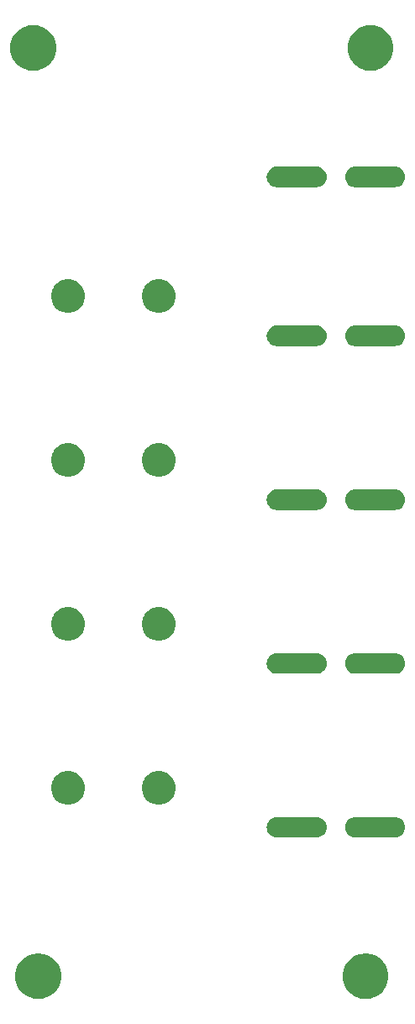
<source format=gbr>
G04 #@! TF.GenerationSoftware,KiCad,Pcbnew,5.1.2-f72e74a~84~ubuntu18.04.1*
G04 #@! TF.CreationDate,2019-05-08T19:05:58-06:00*
G04 #@! TF.ProjectId,anderson_fuse_board,616e6465-7273-46f6-9e5f-667573655f62,rev?*
G04 #@! TF.SameCoordinates,Original*
G04 #@! TF.FileFunction,Soldermask,Top*
G04 #@! TF.FilePolarity,Negative*
%FSLAX46Y46*%
G04 Gerber Fmt 4.6, Leading zero omitted, Abs format (unit mm)*
G04 Created by KiCad (PCBNEW 5.1.2-f72e74a~84~ubuntu18.04.1) date 2019-05-08 19:05:58*
%MOMM*%
%LPD*%
G04 APERTURE LIST*
%ADD10C,0.100000*%
G04 APERTURE END LIST*
D10*
G36*
X115448903Y-151243213D02*
G01*
X115671177Y-151287426D01*
X116089932Y-151460880D01*
X116466802Y-151712696D01*
X116787304Y-152033198D01*
X117039120Y-152410068D01*
X117212574Y-152828823D01*
X117301000Y-153273371D01*
X117301000Y-153726629D01*
X117212574Y-154171177D01*
X117039120Y-154589932D01*
X116787304Y-154966802D01*
X116466802Y-155287304D01*
X116089932Y-155539120D01*
X115671177Y-155712574D01*
X115448903Y-155756787D01*
X115226630Y-155801000D01*
X114773370Y-155801000D01*
X114551097Y-155756787D01*
X114328823Y-155712574D01*
X113910068Y-155539120D01*
X113533198Y-155287304D01*
X113212696Y-154966802D01*
X112960880Y-154589932D01*
X112787426Y-154171177D01*
X112699000Y-153726629D01*
X112699000Y-153273371D01*
X112787426Y-152828823D01*
X112960880Y-152410068D01*
X113212696Y-152033198D01*
X113533198Y-151712696D01*
X113910068Y-151460880D01*
X114328823Y-151287426D01*
X114551097Y-151243213D01*
X114773370Y-151199000D01*
X115226630Y-151199000D01*
X115448903Y-151243213D01*
X115448903Y-151243213D01*
G37*
G36*
X82448903Y-151243213D02*
G01*
X82671177Y-151287426D01*
X83089932Y-151460880D01*
X83466802Y-151712696D01*
X83787304Y-152033198D01*
X84039120Y-152410068D01*
X84212574Y-152828823D01*
X84301000Y-153273371D01*
X84301000Y-153726629D01*
X84212574Y-154171177D01*
X84039120Y-154589932D01*
X83787304Y-154966802D01*
X83466802Y-155287304D01*
X83089932Y-155539120D01*
X82671177Y-155712574D01*
X82448903Y-155756787D01*
X82226630Y-155801000D01*
X81773370Y-155801000D01*
X81551097Y-155756787D01*
X81328823Y-155712574D01*
X80910068Y-155539120D01*
X80533198Y-155287304D01*
X80212696Y-154966802D01*
X79960880Y-154589932D01*
X79787426Y-154171177D01*
X79699000Y-153726629D01*
X79699000Y-153273371D01*
X79787426Y-152828823D01*
X79960880Y-152410068D01*
X80212696Y-152033198D01*
X80533198Y-151712696D01*
X80910068Y-151460880D01*
X81328823Y-151287426D01*
X81551097Y-151243213D01*
X81773370Y-151199000D01*
X82226630Y-151199000D01*
X82448903Y-151243213D01*
X82448903Y-151243213D01*
G37*
G36*
X118133089Y-137478990D02*
G01*
X118328381Y-137538231D01*
X118508354Y-137634429D01*
X118666107Y-137763893D01*
X118795571Y-137921646D01*
X118891769Y-138101619D01*
X118951010Y-138296911D01*
X118971012Y-138500000D01*
X118951010Y-138703089D01*
X118891769Y-138898381D01*
X118795571Y-139078354D01*
X118666107Y-139236107D01*
X118508354Y-139365571D01*
X118328381Y-139461769D01*
X118133089Y-139521010D01*
X117980891Y-139536000D01*
X113919109Y-139536000D01*
X113766911Y-139521010D01*
X113571619Y-139461769D01*
X113391646Y-139365571D01*
X113233893Y-139236107D01*
X113104429Y-139078354D01*
X113008231Y-138898381D01*
X112948990Y-138703089D01*
X112928988Y-138500000D01*
X112948990Y-138296911D01*
X113008231Y-138101619D01*
X113104429Y-137921646D01*
X113233893Y-137763893D01*
X113391646Y-137634429D01*
X113571619Y-137538231D01*
X113766911Y-137478990D01*
X113919109Y-137464000D01*
X117980891Y-137464000D01*
X118133089Y-137478990D01*
X118133089Y-137478990D01*
G37*
G36*
X110233089Y-137478990D02*
G01*
X110428381Y-137538231D01*
X110608354Y-137634429D01*
X110766107Y-137763893D01*
X110895571Y-137921646D01*
X110991769Y-138101619D01*
X111051010Y-138296911D01*
X111071012Y-138500000D01*
X111051010Y-138703089D01*
X110991769Y-138898381D01*
X110895571Y-139078354D01*
X110766107Y-139236107D01*
X110608354Y-139365571D01*
X110428381Y-139461769D01*
X110233089Y-139521010D01*
X110080891Y-139536000D01*
X106019109Y-139536000D01*
X105866911Y-139521010D01*
X105671619Y-139461769D01*
X105491646Y-139365571D01*
X105333893Y-139236107D01*
X105204429Y-139078354D01*
X105108231Y-138898381D01*
X105048990Y-138703089D01*
X105028988Y-138500000D01*
X105048990Y-138296911D01*
X105108231Y-138101619D01*
X105204429Y-137921646D01*
X105333893Y-137763893D01*
X105491646Y-137634429D01*
X105671619Y-137538231D01*
X105866911Y-137478990D01*
X106019109Y-137464000D01*
X110080891Y-137464000D01*
X110233089Y-137478990D01*
X110233089Y-137478990D01*
G37*
G36*
X94636162Y-132894368D02*
G01*
X94945724Y-133022593D01*
X94945725Y-133022594D01*
X95224324Y-133208747D01*
X95461253Y-133445676D01*
X95585637Y-133631830D01*
X95647407Y-133724276D01*
X95775632Y-134033838D01*
X95841000Y-134362465D01*
X95841000Y-134697535D01*
X95775632Y-135026162D01*
X95647407Y-135335724D01*
X95647406Y-135335725D01*
X95461253Y-135614324D01*
X95224324Y-135851253D01*
X95038170Y-135975637D01*
X94945724Y-136037407D01*
X94636162Y-136165632D01*
X94307535Y-136231000D01*
X93972465Y-136231000D01*
X93643838Y-136165632D01*
X93334276Y-136037407D01*
X93241830Y-135975637D01*
X93055676Y-135851253D01*
X92818747Y-135614324D01*
X92632594Y-135335725D01*
X92632593Y-135335724D01*
X92504368Y-135026162D01*
X92439000Y-134697535D01*
X92439000Y-134362465D01*
X92504368Y-134033838D01*
X92632593Y-133724276D01*
X92694363Y-133631830D01*
X92818747Y-133445676D01*
X93055676Y-133208747D01*
X93334275Y-133022594D01*
X93334276Y-133022593D01*
X93643838Y-132894368D01*
X93972465Y-132829000D01*
X94307535Y-132829000D01*
X94636162Y-132894368D01*
X94636162Y-132894368D01*
G37*
G36*
X85496162Y-132894368D02*
G01*
X85805724Y-133022593D01*
X85805725Y-133022594D01*
X86084324Y-133208747D01*
X86321253Y-133445676D01*
X86445637Y-133631830D01*
X86507407Y-133724276D01*
X86635632Y-134033838D01*
X86701000Y-134362465D01*
X86701000Y-134697535D01*
X86635632Y-135026162D01*
X86507407Y-135335724D01*
X86507406Y-135335725D01*
X86321253Y-135614324D01*
X86084324Y-135851253D01*
X85898170Y-135975637D01*
X85805724Y-136037407D01*
X85496162Y-136165632D01*
X85167535Y-136231000D01*
X84832465Y-136231000D01*
X84503838Y-136165632D01*
X84194276Y-136037407D01*
X84101830Y-135975637D01*
X83915676Y-135851253D01*
X83678747Y-135614324D01*
X83492594Y-135335725D01*
X83492593Y-135335724D01*
X83364368Y-135026162D01*
X83299000Y-134697535D01*
X83299000Y-134362465D01*
X83364368Y-134033838D01*
X83492593Y-133724276D01*
X83554363Y-133631830D01*
X83678747Y-133445676D01*
X83915676Y-133208747D01*
X84194275Y-133022594D01*
X84194276Y-133022593D01*
X84503838Y-132894368D01*
X84832465Y-132829000D01*
X85167535Y-132829000D01*
X85496162Y-132894368D01*
X85496162Y-132894368D01*
G37*
G36*
X110233089Y-120978990D02*
G01*
X110428381Y-121038231D01*
X110608354Y-121134429D01*
X110766107Y-121263893D01*
X110895571Y-121421646D01*
X110991769Y-121601619D01*
X111051010Y-121796911D01*
X111071012Y-122000000D01*
X111051010Y-122203089D01*
X110991769Y-122398381D01*
X110895571Y-122578354D01*
X110766107Y-122736107D01*
X110608354Y-122865571D01*
X110428381Y-122961769D01*
X110233089Y-123021010D01*
X110080891Y-123036000D01*
X106019109Y-123036000D01*
X105866911Y-123021010D01*
X105671619Y-122961769D01*
X105491646Y-122865571D01*
X105333893Y-122736107D01*
X105204429Y-122578354D01*
X105108231Y-122398381D01*
X105048990Y-122203089D01*
X105028988Y-122000000D01*
X105048990Y-121796911D01*
X105108231Y-121601619D01*
X105204429Y-121421646D01*
X105333893Y-121263893D01*
X105491646Y-121134429D01*
X105671619Y-121038231D01*
X105866911Y-120978990D01*
X106019109Y-120964000D01*
X110080891Y-120964000D01*
X110233089Y-120978990D01*
X110233089Y-120978990D01*
G37*
G36*
X118133089Y-120978990D02*
G01*
X118328381Y-121038231D01*
X118508354Y-121134429D01*
X118666107Y-121263893D01*
X118795571Y-121421646D01*
X118891769Y-121601619D01*
X118951010Y-121796911D01*
X118971012Y-122000000D01*
X118951010Y-122203089D01*
X118891769Y-122398381D01*
X118795571Y-122578354D01*
X118666107Y-122736107D01*
X118508354Y-122865571D01*
X118328381Y-122961769D01*
X118133089Y-123021010D01*
X117980891Y-123036000D01*
X113919109Y-123036000D01*
X113766911Y-123021010D01*
X113571619Y-122961769D01*
X113391646Y-122865571D01*
X113233893Y-122736107D01*
X113104429Y-122578354D01*
X113008231Y-122398381D01*
X112948990Y-122203089D01*
X112928988Y-122000000D01*
X112948990Y-121796911D01*
X113008231Y-121601619D01*
X113104429Y-121421646D01*
X113233893Y-121263893D01*
X113391646Y-121134429D01*
X113571619Y-121038231D01*
X113766911Y-120978990D01*
X113919109Y-120964000D01*
X117980891Y-120964000D01*
X118133089Y-120978990D01*
X118133089Y-120978990D01*
G37*
G36*
X94636162Y-116384368D02*
G01*
X94945724Y-116512593D01*
X94945725Y-116512594D01*
X95224324Y-116698747D01*
X95461253Y-116935676D01*
X95585637Y-117121830D01*
X95647407Y-117214276D01*
X95775632Y-117523838D01*
X95841000Y-117852465D01*
X95841000Y-118187535D01*
X95775632Y-118516162D01*
X95647407Y-118825724D01*
X95647406Y-118825725D01*
X95461253Y-119104324D01*
X95224324Y-119341253D01*
X95038170Y-119465637D01*
X94945724Y-119527407D01*
X94636162Y-119655632D01*
X94307535Y-119721000D01*
X93972465Y-119721000D01*
X93643838Y-119655632D01*
X93334276Y-119527407D01*
X93241830Y-119465637D01*
X93055676Y-119341253D01*
X92818747Y-119104324D01*
X92632594Y-118825725D01*
X92632593Y-118825724D01*
X92504368Y-118516162D01*
X92439000Y-118187535D01*
X92439000Y-117852465D01*
X92504368Y-117523838D01*
X92632593Y-117214276D01*
X92694363Y-117121830D01*
X92818747Y-116935676D01*
X93055676Y-116698747D01*
X93334275Y-116512594D01*
X93334276Y-116512593D01*
X93643838Y-116384368D01*
X93972465Y-116319000D01*
X94307535Y-116319000D01*
X94636162Y-116384368D01*
X94636162Y-116384368D01*
G37*
G36*
X85496162Y-116384368D02*
G01*
X85805724Y-116512593D01*
X85805725Y-116512594D01*
X86084324Y-116698747D01*
X86321253Y-116935676D01*
X86445637Y-117121830D01*
X86507407Y-117214276D01*
X86635632Y-117523838D01*
X86701000Y-117852465D01*
X86701000Y-118187535D01*
X86635632Y-118516162D01*
X86507407Y-118825724D01*
X86507406Y-118825725D01*
X86321253Y-119104324D01*
X86084324Y-119341253D01*
X85898170Y-119465637D01*
X85805724Y-119527407D01*
X85496162Y-119655632D01*
X85167535Y-119721000D01*
X84832465Y-119721000D01*
X84503838Y-119655632D01*
X84194276Y-119527407D01*
X84101830Y-119465637D01*
X83915676Y-119341253D01*
X83678747Y-119104324D01*
X83492594Y-118825725D01*
X83492593Y-118825724D01*
X83364368Y-118516162D01*
X83299000Y-118187535D01*
X83299000Y-117852465D01*
X83364368Y-117523838D01*
X83492593Y-117214276D01*
X83554363Y-117121830D01*
X83678747Y-116935676D01*
X83915676Y-116698747D01*
X84194275Y-116512594D01*
X84194276Y-116512593D01*
X84503838Y-116384368D01*
X84832465Y-116319000D01*
X85167535Y-116319000D01*
X85496162Y-116384368D01*
X85496162Y-116384368D01*
G37*
G36*
X110233089Y-104478990D02*
G01*
X110428381Y-104538231D01*
X110608354Y-104634429D01*
X110766107Y-104763893D01*
X110895571Y-104921646D01*
X110991769Y-105101619D01*
X111051010Y-105296911D01*
X111071012Y-105500000D01*
X111051010Y-105703089D01*
X110991769Y-105898381D01*
X110895571Y-106078354D01*
X110766107Y-106236107D01*
X110608354Y-106365571D01*
X110428381Y-106461769D01*
X110233089Y-106521010D01*
X110080891Y-106536000D01*
X106019109Y-106536000D01*
X105866911Y-106521010D01*
X105671619Y-106461769D01*
X105491646Y-106365571D01*
X105333893Y-106236107D01*
X105204429Y-106078354D01*
X105108231Y-105898381D01*
X105048990Y-105703089D01*
X105028988Y-105500000D01*
X105048990Y-105296911D01*
X105108231Y-105101619D01*
X105204429Y-104921646D01*
X105333893Y-104763893D01*
X105491646Y-104634429D01*
X105671619Y-104538231D01*
X105866911Y-104478990D01*
X106019109Y-104464000D01*
X110080891Y-104464000D01*
X110233089Y-104478990D01*
X110233089Y-104478990D01*
G37*
G36*
X118133089Y-104478990D02*
G01*
X118328381Y-104538231D01*
X118508354Y-104634429D01*
X118666107Y-104763893D01*
X118795571Y-104921646D01*
X118891769Y-105101619D01*
X118951010Y-105296911D01*
X118971012Y-105500000D01*
X118951010Y-105703089D01*
X118891769Y-105898381D01*
X118795571Y-106078354D01*
X118666107Y-106236107D01*
X118508354Y-106365571D01*
X118328381Y-106461769D01*
X118133089Y-106521010D01*
X117980891Y-106536000D01*
X113919109Y-106536000D01*
X113766911Y-106521010D01*
X113571619Y-106461769D01*
X113391646Y-106365571D01*
X113233893Y-106236107D01*
X113104429Y-106078354D01*
X113008231Y-105898381D01*
X112948990Y-105703089D01*
X112928988Y-105500000D01*
X112948990Y-105296911D01*
X113008231Y-105101619D01*
X113104429Y-104921646D01*
X113233893Y-104763893D01*
X113391646Y-104634429D01*
X113571619Y-104538231D01*
X113766911Y-104478990D01*
X113919109Y-104464000D01*
X117980891Y-104464000D01*
X118133089Y-104478990D01*
X118133089Y-104478990D01*
G37*
G36*
X85496162Y-99874368D02*
G01*
X85805724Y-100002593D01*
X85805725Y-100002594D01*
X86084324Y-100188747D01*
X86321253Y-100425676D01*
X86445637Y-100611830D01*
X86507407Y-100704276D01*
X86635632Y-101013838D01*
X86701000Y-101342465D01*
X86701000Y-101677535D01*
X86635632Y-102006162D01*
X86507407Y-102315724D01*
X86507406Y-102315725D01*
X86321253Y-102594324D01*
X86084324Y-102831253D01*
X85898170Y-102955637D01*
X85805724Y-103017407D01*
X85496162Y-103145632D01*
X85167535Y-103211000D01*
X84832465Y-103211000D01*
X84503838Y-103145632D01*
X84194276Y-103017407D01*
X84101830Y-102955637D01*
X83915676Y-102831253D01*
X83678747Y-102594324D01*
X83492594Y-102315725D01*
X83492593Y-102315724D01*
X83364368Y-102006162D01*
X83299000Y-101677535D01*
X83299000Y-101342465D01*
X83364368Y-101013838D01*
X83492593Y-100704276D01*
X83554363Y-100611830D01*
X83678747Y-100425676D01*
X83915676Y-100188747D01*
X84194275Y-100002594D01*
X84194276Y-100002593D01*
X84503838Y-99874368D01*
X84832465Y-99809000D01*
X85167535Y-99809000D01*
X85496162Y-99874368D01*
X85496162Y-99874368D01*
G37*
G36*
X94636162Y-99874368D02*
G01*
X94945724Y-100002593D01*
X94945725Y-100002594D01*
X95224324Y-100188747D01*
X95461253Y-100425676D01*
X95585637Y-100611830D01*
X95647407Y-100704276D01*
X95775632Y-101013838D01*
X95841000Y-101342465D01*
X95841000Y-101677535D01*
X95775632Y-102006162D01*
X95647407Y-102315724D01*
X95647406Y-102315725D01*
X95461253Y-102594324D01*
X95224324Y-102831253D01*
X95038170Y-102955637D01*
X94945724Y-103017407D01*
X94636162Y-103145632D01*
X94307535Y-103211000D01*
X93972465Y-103211000D01*
X93643838Y-103145632D01*
X93334276Y-103017407D01*
X93241830Y-102955637D01*
X93055676Y-102831253D01*
X92818747Y-102594324D01*
X92632594Y-102315725D01*
X92632593Y-102315724D01*
X92504368Y-102006162D01*
X92439000Y-101677535D01*
X92439000Y-101342465D01*
X92504368Y-101013838D01*
X92632593Y-100704276D01*
X92694363Y-100611830D01*
X92818747Y-100425676D01*
X93055676Y-100188747D01*
X93334275Y-100002594D01*
X93334276Y-100002593D01*
X93643838Y-99874368D01*
X93972465Y-99809000D01*
X94307535Y-99809000D01*
X94636162Y-99874368D01*
X94636162Y-99874368D01*
G37*
G36*
X118133089Y-87978990D02*
G01*
X118328381Y-88038231D01*
X118508354Y-88134429D01*
X118666107Y-88263893D01*
X118795571Y-88421646D01*
X118891769Y-88601619D01*
X118951010Y-88796911D01*
X118971012Y-89000000D01*
X118951010Y-89203089D01*
X118891769Y-89398381D01*
X118795571Y-89578354D01*
X118666107Y-89736107D01*
X118508354Y-89865571D01*
X118328381Y-89961769D01*
X118133089Y-90021010D01*
X117980891Y-90036000D01*
X113919109Y-90036000D01*
X113766911Y-90021010D01*
X113571619Y-89961769D01*
X113391646Y-89865571D01*
X113233893Y-89736107D01*
X113104429Y-89578354D01*
X113008231Y-89398381D01*
X112948990Y-89203089D01*
X112928988Y-89000000D01*
X112948990Y-88796911D01*
X113008231Y-88601619D01*
X113104429Y-88421646D01*
X113233893Y-88263893D01*
X113391646Y-88134429D01*
X113571619Y-88038231D01*
X113766911Y-87978990D01*
X113919109Y-87964000D01*
X117980891Y-87964000D01*
X118133089Y-87978990D01*
X118133089Y-87978990D01*
G37*
G36*
X110233089Y-87978990D02*
G01*
X110428381Y-88038231D01*
X110608354Y-88134429D01*
X110766107Y-88263893D01*
X110895571Y-88421646D01*
X110991769Y-88601619D01*
X111051010Y-88796911D01*
X111071012Y-89000000D01*
X111051010Y-89203089D01*
X110991769Y-89398381D01*
X110895571Y-89578354D01*
X110766107Y-89736107D01*
X110608354Y-89865571D01*
X110428381Y-89961769D01*
X110233089Y-90021010D01*
X110080891Y-90036000D01*
X106019109Y-90036000D01*
X105866911Y-90021010D01*
X105671619Y-89961769D01*
X105491646Y-89865571D01*
X105333893Y-89736107D01*
X105204429Y-89578354D01*
X105108231Y-89398381D01*
X105048990Y-89203089D01*
X105028988Y-89000000D01*
X105048990Y-88796911D01*
X105108231Y-88601619D01*
X105204429Y-88421646D01*
X105333893Y-88263893D01*
X105491646Y-88134429D01*
X105671619Y-88038231D01*
X105866911Y-87978990D01*
X106019109Y-87964000D01*
X110080891Y-87964000D01*
X110233089Y-87978990D01*
X110233089Y-87978990D01*
G37*
G36*
X94636162Y-83364368D02*
G01*
X94945724Y-83492593D01*
X94945725Y-83492594D01*
X95224324Y-83678747D01*
X95461253Y-83915676D01*
X95585637Y-84101830D01*
X95647407Y-84194276D01*
X95775632Y-84503838D01*
X95841000Y-84832465D01*
X95841000Y-85167535D01*
X95775632Y-85496162D01*
X95647407Y-85805724D01*
X95647406Y-85805725D01*
X95461253Y-86084324D01*
X95224324Y-86321253D01*
X95038170Y-86445637D01*
X94945724Y-86507407D01*
X94636162Y-86635632D01*
X94307535Y-86701000D01*
X93972465Y-86701000D01*
X93643838Y-86635632D01*
X93334276Y-86507407D01*
X93241830Y-86445637D01*
X93055676Y-86321253D01*
X92818747Y-86084324D01*
X92632594Y-85805725D01*
X92632593Y-85805724D01*
X92504368Y-85496162D01*
X92439000Y-85167535D01*
X92439000Y-84832465D01*
X92504368Y-84503838D01*
X92632593Y-84194276D01*
X92694363Y-84101830D01*
X92818747Y-83915676D01*
X93055676Y-83678747D01*
X93334275Y-83492594D01*
X93334276Y-83492593D01*
X93643838Y-83364368D01*
X93972465Y-83299000D01*
X94307535Y-83299000D01*
X94636162Y-83364368D01*
X94636162Y-83364368D01*
G37*
G36*
X85496162Y-83364368D02*
G01*
X85805724Y-83492593D01*
X85805725Y-83492594D01*
X86084324Y-83678747D01*
X86321253Y-83915676D01*
X86445637Y-84101830D01*
X86507407Y-84194276D01*
X86635632Y-84503838D01*
X86701000Y-84832465D01*
X86701000Y-85167535D01*
X86635632Y-85496162D01*
X86507407Y-85805724D01*
X86507406Y-85805725D01*
X86321253Y-86084324D01*
X86084324Y-86321253D01*
X85898170Y-86445637D01*
X85805724Y-86507407D01*
X85496162Y-86635632D01*
X85167535Y-86701000D01*
X84832465Y-86701000D01*
X84503838Y-86635632D01*
X84194276Y-86507407D01*
X84101830Y-86445637D01*
X83915676Y-86321253D01*
X83678747Y-86084324D01*
X83492594Y-85805725D01*
X83492593Y-85805724D01*
X83364368Y-85496162D01*
X83299000Y-85167535D01*
X83299000Y-84832465D01*
X83364368Y-84503838D01*
X83492593Y-84194276D01*
X83554363Y-84101830D01*
X83678747Y-83915676D01*
X83915676Y-83678747D01*
X84194275Y-83492594D01*
X84194276Y-83492593D01*
X84503838Y-83364368D01*
X84832465Y-83299000D01*
X85167535Y-83299000D01*
X85496162Y-83364368D01*
X85496162Y-83364368D01*
G37*
G36*
X110233089Y-71978990D02*
G01*
X110428381Y-72038231D01*
X110608354Y-72134429D01*
X110766107Y-72263893D01*
X110895571Y-72421646D01*
X110991769Y-72601619D01*
X111051010Y-72796911D01*
X111071012Y-73000000D01*
X111051010Y-73203089D01*
X110991769Y-73398381D01*
X110895571Y-73578354D01*
X110766107Y-73736107D01*
X110608354Y-73865571D01*
X110428381Y-73961769D01*
X110233089Y-74021010D01*
X110080891Y-74036000D01*
X106019109Y-74036000D01*
X105866911Y-74021010D01*
X105671619Y-73961769D01*
X105491646Y-73865571D01*
X105333893Y-73736107D01*
X105204429Y-73578354D01*
X105108231Y-73398381D01*
X105048990Y-73203089D01*
X105028988Y-73000000D01*
X105048990Y-72796911D01*
X105108231Y-72601619D01*
X105204429Y-72421646D01*
X105333893Y-72263893D01*
X105491646Y-72134429D01*
X105671619Y-72038231D01*
X105866911Y-71978990D01*
X106019109Y-71964000D01*
X110080891Y-71964000D01*
X110233089Y-71978990D01*
X110233089Y-71978990D01*
G37*
G36*
X118133089Y-71978990D02*
G01*
X118328381Y-72038231D01*
X118508354Y-72134429D01*
X118666107Y-72263893D01*
X118795571Y-72421646D01*
X118891769Y-72601619D01*
X118951010Y-72796911D01*
X118971012Y-73000000D01*
X118951010Y-73203089D01*
X118891769Y-73398381D01*
X118795571Y-73578354D01*
X118666107Y-73736107D01*
X118508354Y-73865571D01*
X118328381Y-73961769D01*
X118133089Y-74021010D01*
X117980891Y-74036000D01*
X113919109Y-74036000D01*
X113766911Y-74021010D01*
X113571619Y-73961769D01*
X113391646Y-73865571D01*
X113233893Y-73736107D01*
X113104429Y-73578354D01*
X113008231Y-73398381D01*
X112948990Y-73203089D01*
X112928988Y-73000000D01*
X112948990Y-72796911D01*
X113008231Y-72601619D01*
X113104429Y-72421646D01*
X113233893Y-72263893D01*
X113391646Y-72134429D01*
X113571619Y-72038231D01*
X113766911Y-71978990D01*
X113919109Y-71964000D01*
X117980891Y-71964000D01*
X118133089Y-71978990D01*
X118133089Y-71978990D01*
G37*
G36*
X115948903Y-57743213D02*
G01*
X116171177Y-57787426D01*
X116589932Y-57960880D01*
X116966802Y-58212696D01*
X117287304Y-58533198D01*
X117539120Y-58910068D01*
X117712574Y-59328823D01*
X117801000Y-59773371D01*
X117801000Y-60226629D01*
X117712574Y-60671177D01*
X117539120Y-61089932D01*
X117287304Y-61466802D01*
X116966802Y-61787304D01*
X116589932Y-62039120D01*
X116171177Y-62212574D01*
X115948903Y-62256787D01*
X115726630Y-62301000D01*
X115273370Y-62301000D01*
X115051097Y-62256787D01*
X114828823Y-62212574D01*
X114410068Y-62039120D01*
X114033198Y-61787304D01*
X113712696Y-61466802D01*
X113460880Y-61089932D01*
X113287426Y-60671177D01*
X113199000Y-60226629D01*
X113199000Y-59773371D01*
X113287426Y-59328823D01*
X113460880Y-58910068D01*
X113712696Y-58533198D01*
X114033198Y-58212696D01*
X114410068Y-57960880D01*
X114828823Y-57787426D01*
X115051097Y-57743213D01*
X115273370Y-57699000D01*
X115726630Y-57699000D01*
X115948903Y-57743213D01*
X115948903Y-57743213D01*
G37*
G36*
X81948903Y-57743213D02*
G01*
X82171177Y-57787426D01*
X82589932Y-57960880D01*
X82966802Y-58212696D01*
X83287304Y-58533198D01*
X83539120Y-58910068D01*
X83712574Y-59328823D01*
X83801000Y-59773371D01*
X83801000Y-60226629D01*
X83712574Y-60671177D01*
X83539120Y-61089932D01*
X83287304Y-61466802D01*
X82966802Y-61787304D01*
X82589932Y-62039120D01*
X82171177Y-62212574D01*
X81948903Y-62256787D01*
X81726630Y-62301000D01*
X81273370Y-62301000D01*
X81051097Y-62256787D01*
X80828823Y-62212574D01*
X80410068Y-62039120D01*
X80033198Y-61787304D01*
X79712696Y-61466802D01*
X79460880Y-61089932D01*
X79287426Y-60671177D01*
X79199000Y-60226629D01*
X79199000Y-59773371D01*
X79287426Y-59328823D01*
X79460880Y-58910068D01*
X79712696Y-58533198D01*
X80033198Y-58212696D01*
X80410068Y-57960880D01*
X80828823Y-57787426D01*
X81051097Y-57743213D01*
X81273370Y-57699000D01*
X81726630Y-57699000D01*
X81948903Y-57743213D01*
X81948903Y-57743213D01*
G37*
M02*

</source>
